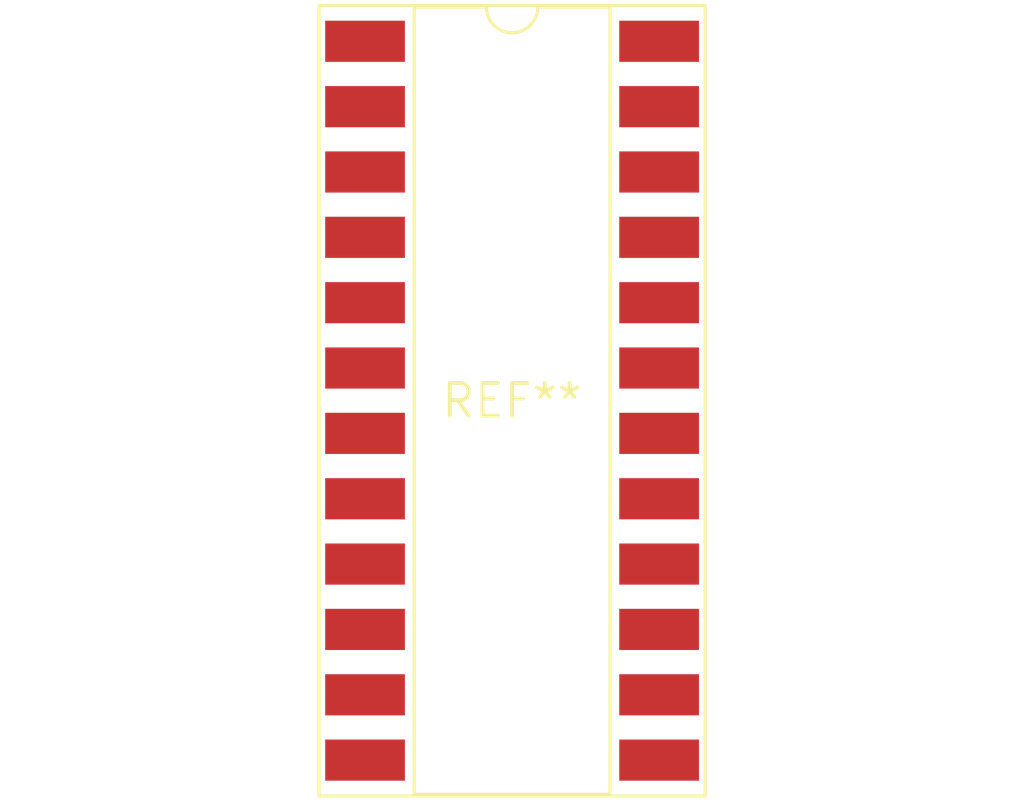
<source format=kicad_pcb>
(kicad_pcb (version 20240108) (generator pcbnew)
  (layers (0 "F.Cu" signal) (31 "B.Cu" signal) (34 "B.Paste" user) (35 "F.Paste" user) (36 "B.SilkS" user "B.Silkscreen") (37 "F.SilkS" user "F.Silkscreen") (38 "B.Mask" user) (39 "F.Mask" user) (44 "Edge.Cuts" user))
  (net 0 "")
  (footprint "DIP-24_W11.43mm_SMDSocket_LongPads" (layer "F.Cu") (at 0 0)
    (property "Reference" "REF**")
    (property "Value" "DIP-24_W11.43mm_SMDSocket_LongPads")
    (fp_line (start -7.505 -15.36) (end -7.505 15.36) (layer "F.SilkS") (stroke (width 0.12)))
    (fp_line (start -7.505 15.36) (end 7.505 15.36) (layer "F.SilkS") (stroke (width 0.12)))
    (fp_line (start -3.805 -15.3) (end -3.805 15.3) (layer "F.SilkS") (stroke (width 0.12)))
    (fp_line (start -3.805 15.3) (end 3.805 15.3) (layer "F.SilkS") (stroke (width 0.12)))
    (fp_line (start -1 -15.3) (end -3.805 -15.3) (layer "F.SilkS") (stroke (width 0.12)))
    (fp_line (start 3.805 -15.3) (end 1 -15.3) (layer "F.SilkS") (stroke (width 0.12)))
    (fp_line (start 3.805 15.3) (end 3.805 -15.3) (layer "F.SilkS") (stroke (width 0.12)))
    (fp_line (start 7.505 -15.36) (end -7.505 -15.36) (layer "F.SilkS") (stroke (width 0.12)))
    (fp_line (start 7.505 15.36) (end 7.505 -15.36) (layer "F.SilkS") (stroke (width 0.12)))
    (fp_arc (start 1 -15.3) (mid 0 -14.3) (end -1 -15.3) (layer "F.SilkS") (stroke (width 0.12)))
    (pad "1" smd rect (at -5.715 -13.97) (size 3.1 1.6) (layers "F.Cu" "F.Paste" "F.Mask"))
    (pad "2" smd rect (at -5.715 -11.43) (size 3.1 1.6) (layers "F.Cu" "F.Paste" "F.Mask"))
    (pad "3" smd rect (at -5.715 -8.89) (size 3.1 1.6) (layers "F.Cu" "F.Paste" "F.Mask"))
    (pad "4" smd rect (at -5.715 -6.35) (size 3.1 1.6) (layers "F.Cu" "F.Paste" "F.Mask"))
    (pad "5" smd rect (at -5.715 -3.81) (size 3.1 1.6) (layers "F.Cu" "F.Paste" "F.Mask"))
    (pad "6" smd rect (at -5.715 -1.27) (size 3.1 1.6) (layers "F.Cu" "F.Paste" "F.Mask"))
    (pad "7" smd rect (at -5.715 1.27) (size 3.1 1.6) (layers "F.Cu" "F.Paste" "F.Mask"))
    (pad "8" smd rect (at -5.715 3.81) (size 3.1 1.6) (layers "F.Cu" "F.Paste" "F.Mask"))
    (pad "9" smd rect (at -5.715 6.35) (size 3.1 1.6) (layers "F.Cu" "F.Paste" "F.Mask"))
    (pad "10" smd rect (at -5.715 8.89) (size 3.1 1.6) (layers "F.Cu" "F.Paste" "F.Mask"))
    (pad "11" smd rect (at -5.715 11.43) (size 3.1 1.6) (layers "F.Cu" "F.Paste" "F.Mask"))
    (pad "12" smd rect (at -5.715 13.97) (size 3.1 1.6) (layers "F.Cu" "F.Paste" "F.Mask"))
    (pad "13" smd rect (at 5.715 13.97) (size 3.1 1.6) (layers "F.Cu" "F.Paste" "F.Mask"))
    (pad "14" smd rect (at 5.715 11.43) (size 3.1 1.6) (layers "F.Cu" "F.Paste" "F.Mask"))
    (pad "15" smd rect (at 5.715 8.89) (size 3.1 1.6) (layers "F.Cu" "F.Paste" "F.Mask"))
    (pad "16" smd rect (at 5.715 6.35) (size 3.1 1.6) (layers "F.Cu" "F.Paste" "F.Mask"))
    (pad "17" smd rect (at 5.715 3.81) (size 3.1 1.6) (layers "F.Cu" "F.Paste" "F.Mask"))
    (pad "18" smd rect (at 5.715 1.27) (size 3.1 1.6) (layers "F.Cu" "F.Paste" "F.Mask"))
    (pad "19" smd rect (at 5.715 -1.27) (size 3.1 1.6) (layers "F.Cu" "F.Paste" "F.Mask"))
    (pad "20" smd rect (at 5.715 -3.81) (size 3.1 1.6) (layers "F.Cu" "F.Paste" "F.Mask"))
    (pad "21" smd rect (at 5.715 -6.35) (size 3.1 1.6) (layers "F.Cu" "F.Paste" "F.Mask"))
    (pad "22" smd rect (at 5.715 -8.89) (size 3.1 1.6) (layers "F.Cu" "F.Paste" "F.Mask"))
    (pad "23" smd rect (at 5.715 -11.43) (size 3.1 1.6) (layers "F.Cu" "F.Paste" "F.Mask"))
    (pad "24" smd rect (at 5.715 -13.97) (size 3.1 1.6) (layers "F.Cu" "F.Paste" "F.Mask"))
  )
)
</source>
